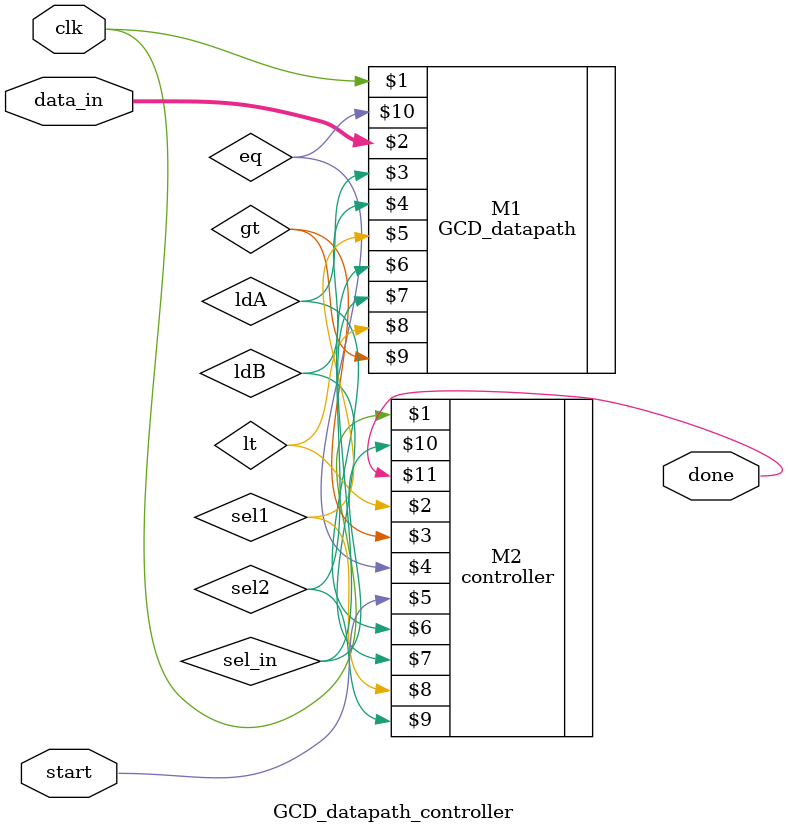
<source format=v>

module GCD_datapath_controller(
  input clk,
  input [15:0] data_in,
  input start,
  output done
);
  
  wire ldA, ldB, sel1, sel2, sel_in, lt, gt, eq;
  
  GCD_datapath M1 (
    clk,
    data_in,
    ldA,
    ldB,
    sel1,
    sel2,
    sel_in,
    lt,
    gt,
    eq
 );
  
  controller M2 (
    clk,
    lt,
    gt,
    eq,
    start,
    ldA,
    ldB,
    sel1,
    sel2,
    sel_in,
    done    
  );
  
endmodule
</source>
